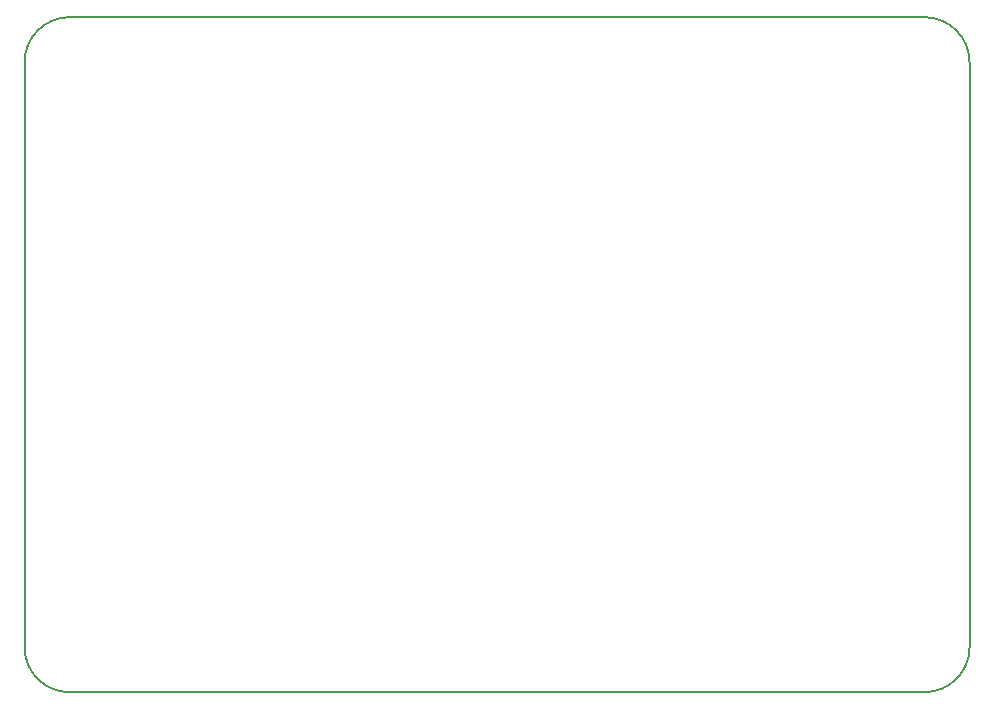
<source format=gbr>
%TF.GenerationSoftware,KiCad,Pcbnew,(5.1.4-0-10_14)*%
%TF.CreationDate,2019-10-07T11:49:19-07:00*%
%TF.ProjectId,OPL3_VGM_Player,4f504c33-5f56-4474-9d5f-506c61796572,rev?*%
%TF.SameCoordinates,Original*%
%TF.FileFunction,Profile,NP*%
%FSLAX46Y46*%
G04 Gerber Fmt 4.6, Leading zero omitted, Abs format (unit mm)*
G04 Created by KiCad (PCBNEW (5.1.4-0-10_14)) date 2019-10-07 11:49:19*
%MOMM*%
%LPD*%
G04 APERTURE LIST*
%ADD10C,0.150000*%
G04 APERTURE END LIST*
D10*
X153670000Y-140970000D02*
X226060000Y-140970000D01*
X149860000Y-87630000D02*
X149860000Y-137160000D01*
X226060000Y-83820000D02*
X153670000Y-83820000D01*
X229870000Y-137160000D02*
X229870000Y-87630000D01*
X229870000Y-137160000D02*
G75*
G02X226060000Y-140970000I-3810000J0D01*
G01*
X153670000Y-140970000D02*
G75*
G02X149860000Y-137160000I0J3810000D01*
G01*
X149860000Y-87630000D02*
G75*
G02X153670000Y-83820000I3810000J0D01*
G01*
X226060000Y-83820000D02*
G75*
G02X229870000Y-87630000I0J-3810000D01*
G01*
M02*

</source>
